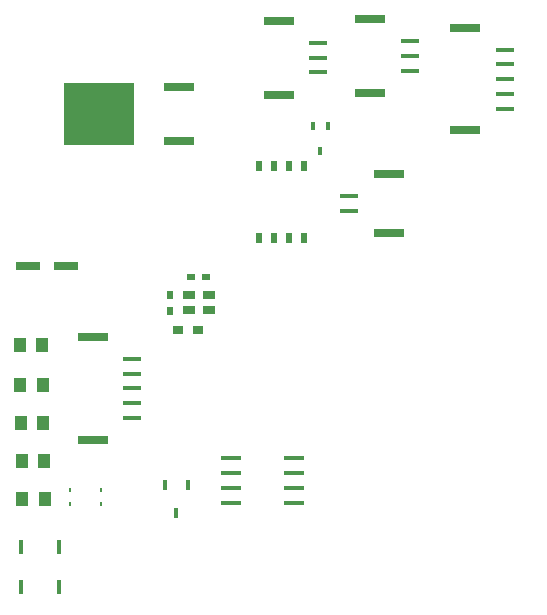
<source format=gbr>
G04 DipTrace 3.2.0.1*
G04 TopPaste.gbr*
%MOIN*%
G04 #@! TF.FileFunction,Paste,Top*
G04 #@! TF.Part,Single*
%ADD59R,0.03937X0.031496*%
%ADD61R,0.003937X0.025591*%
%ADD63R,0.234252X0.21063*%
%ADD65R,0.100394X0.031496*%
%ADD67R,0.022126X0.037126*%
%ADD69R,0.070866X0.015748*%
%ADD71R,0.003937X0.03937*%
%ADD73R,0.03937X0.003937*%
%ADD75R,0.011024X0.014567*%
%ADD77R,0.017717X0.033465*%
%ADD81R,0.003937X0.047244*%
%ADD83R,0.059055X0.015748*%
%ADD85R,0.102362X0.031496*%
%ADD91R,0.043307X0.051181*%
%ADD93R,0.011811X0.025591*%
%ADD95R,0.07874X0.031496*%
%ADD99R,0.027559X0.019685*%
%ADD101R,0.019685X0.027559*%
%ADD103R,0.035433X0.031496*%
%ADD105R,0.01378X0.051181*%
%FSLAX26Y26*%
G04*
G70*
G90*
G75*
G01*
G04 TopPaste*
%LPD*%
D105*
X672025Y741790D3*
X544072D3*
X672062Y607461D3*
X544109D3*
D101*
X1040681Y1581461D3*
Y1530280D3*
D99*
X1110417Y1643879D3*
X1161598D3*
D95*
X568573Y1678091D3*
X694558D3*
D93*
X1567664Y2146366D3*
X1516478D3*
X1542071Y2063689D3*
D91*
X543424Y1155126D3*
X618227D3*
X545933Y1028919D3*
X620736D3*
X547857Y903963D3*
X622660D3*
X542046Y1282997D3*
X616849D3*
X539323Y1415390D3*
X614126D3*
D85*
X1707567Y2501346D3*
Y2255283D3*
D83*
X1839457Y2428512D3*
Y2379299D3*
Y2330087D3*
D85*
X1403764Y2495808D3*
Y2249745D3*
D83*
X1535654Y2422974D3*
Y2373761D3*
Y2324549D3*
D85*
X1770215Y1790324D3*
Y1987175D3*
D83*
X1638325Y1863159D3*
Y1912371D3*
D85*
X2024467Y2473226D3*
Y2130706D3*
D83*
X2156357Y2351178D3*
Y2301966D3*
Y2400391D3*
Y2252753D3*
Y2203541D3*
D85*
X783514Y1442198D3*
Y1099678D3*
D83*
X915404Y1320151D3*
Y1270938D3*
Y1369364D3*
Y1221726D3*
Y1172513D3*
D81*
X2168770Y1753331D3*
X2188455D3*
X2208140D3*
X2227825D3*
X2247510D3*
Y1926559D3*
X2227825D3*
X2208140D3*
X2188455D3*
X2168770D3*
X2173660Y1233804D3*
X2193345D3*
X2213030D3*
X2232715D3*
X2252400D3*
Y1407033D3*
X2232715D3*
X2213030D3*
X2193345D3*
X2173660D3*
X2173959Y588098D3*
X2193644D3*
X2213329D3*
X2233014D3*
X2252699D3*
Y761327D3*
X2233014D3*
X2213329D3*
X2193644D3*
X2173959D3*
D77*
X1099786Y947811D3*
X1024983D3*
X1062385Y857260D3*
D103*
X1134678Y1466089D3*
X1067749D3*
D75*
X706772Y885005D3*
X809921D3*
X706772Y930675D3*
X809921D3*
D73*
X1295839Y1547182D3*
Y1527497D3*
Y1507812D3*
Y1488127D3*
Y1468442D3*
Y1448757D3*
Y1429072D3*
Y1409387D3*
Y1389702D3*
Y1370017D3*
Y1350332D3*
Y1330647D3*
Y1310962D3*
Y1291277D3*
Y1271592D3*
Y1251907D3*
D71*
X1374579Y1173167D3*
X1394264D3*
X1413949D3*
X1433634D3*
X1453319D3*
X1473004D3*
X1492689D3*
X1512374D3*
X1532059D3*
X1551744D3*
X1571429D3*
X1591114D3*
X1610799D3*
X1630484D3*
X1650169D3*
X1669854D3*
D73*
X1748594Y1251907D3*
Y1271592D3*
Y1291277D3*
Y1310962D3*
Y1330647D3*
Y1350332D3*
Y1370017D3*
Y1389702D3*
Y1409387D3*
Y1429072D3*
Y1448757D3*
Y1468442D3*
Y1488127D3*
Y1507812D3*
Y1527497D3*
Y1547182D3*
D71*
X1669854Y1625923D3*
X1650169D3*
X1630484D3*
X1610799D3*
X1591114D3*
X1571429D3*
X1551744D3*
X1532059D3*
X1512374D3*
X1492689D3*
X1473004D3*
X1453319D3*
X1433634D3*
X1413949D3*
X1394264D3*
X1374579D3*
D69*
X1455518Y890349D3*
Y940349D3*
Y990349D3*
Y1040349D3*
X1242920D3*
Y990349D3*
Y940349D3*
Y890349D3*
D67*
X1336098Y1772222D3*
X1386098D3*
X1436098D3*
X1486098D3*
Y2012720D3*
X1436098D3*
X1386098D3*
X1336098D3*
D65*
X1069318Y2094570D3*
Y2274097D3*
D63*
X805538Y2184333D3*
D61*
X2057556Y1794402D3*
X2037871D3*
X2018186D3*
X1998501D3*
Y1672354D3*
X2018186D3*
X2037871D3*
X2057556D3*
X2077568Y1510562D3*
X2057883D3*
X2038198D3*
X2018513D3*
Y1388514D3*
X2038198D3*
X2057883D3*
X2077568D3*
X2020504Y1180844D3*
X2000819D3*
X1981134D3*
X1961449D3*
Y1058797D3*
X1981134D3*
X2000819D3*
X2020504D3*
D59*
X1171264Y1532693D3*
Y1583874D3*
X1104335Y1532693D3*
Y1583874D3*
M02*

</source>
